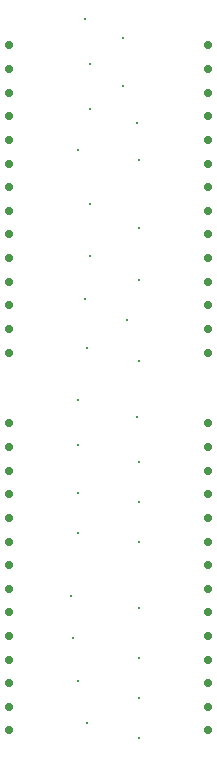
<source format=gbr>
G04 Generated by Ultiboard *
%FSLAX25Y25*%
%MOMM*%

%ADD10C,0.25000*%
%ADD11C,0.70000*%


%LNDrill-Copper Top-Copper Bottom*%
%LPD*%
%FSLAX25Y25*%
%MOMM*%
G54D10*
X840000Y1420000D03*
X960000Y700000D03*
X1400000Y572400D03*
X880000Y1060000D03*
X1400000Y912400D03*
X1400000Y1252400D03*
X820000Y1780000D03*
X880000Y2312400D03*
X1400000Y1680000D03*
X1400000Y2232400D03*
X880000Y2652400D03*
X880000Y3060000D03*
X1400000Y2572400D03*
X1400000Y2912400D03*
X880000Y3440000D03*
X960000Y3880000D03*
X1385000Y3295000D03*
X1400000Y3772400D03*
X945000Y4295000D03*
X980000Y4660000D03*
X1300000Y4112400D03*
X1400000Y4452400D03*
X880000Y5552400D03*
X985000Y5095000D03*
X1395000Y4895000D03*
X1400000Y5472400D03*
X980000Y5900000D03*
X980000Y6280000D03*
X1380000Y5780000D03*
X1260000Y6100000D03*
X940000Y6660000D03*
X1260000Y6500000D03*
G54D11*
X300000Y6440000D03*
X300000Y4840000D03*
X300000Y4040000D03*
X300000Y3840000D03*
X300000Y4440000D03*
X300000Y4240000D03*
X300000Y4640000D03*
X300000Y5640000D03*
X300000Y5240000D03*
X300000Y5040000D03*
X300000Y5440000D03*
X300000Y6040000D03*
X300000Y5840000D03*
X300000Y6240000D03*
X1980000Y6440000D03*
X1980000Y4840000D03*
X1980000Y4040000D03*
X1980000Y3840000D03*
X1980000Y4240000D03*
X1980000Y4640000D03*
X1980000Y4440000D03*
X1980000Y5640000D03*
X1980000Y5040000D03*
X1980000Y5440000D03*
X1980000Y5240000D03*
X1980000Y5840000D03*
X1980000Y6240000D03*
X1980000Y6040000D03*
X300000Y3240000D03*
X300000Y1640000D03*
X300000Y840000D03*
X300000Y640000D03*
X300000Y1240000D03*
X300000Y1040000D03*
X300000Y1440000D03*
X300000Y2440000D03*
X300000Y2040000D03*
X300000Y1840000D03*
X300000Y2240000D03*
X300000Y2840000D03*
X300000Y2640000D03*
X300000Y3040000D03*
X1980000Y3240000D03*
X1980000Y1640000D03*
X1980000Y840000D03*
X1980000Y640000D03*
X1980000Y1040000D03*
X1980000Y1440000D03*
X1980000Y1240000D03*
X1980000Y2440000D03*
X1980000Y1840000D03*
X1980000Y2240000D03*
X1980000Y2040000D03*
X1980000Y2640000D03*
X1980000Y3040000D03*
X1980000Y2840000D03*

M00*

</source>
